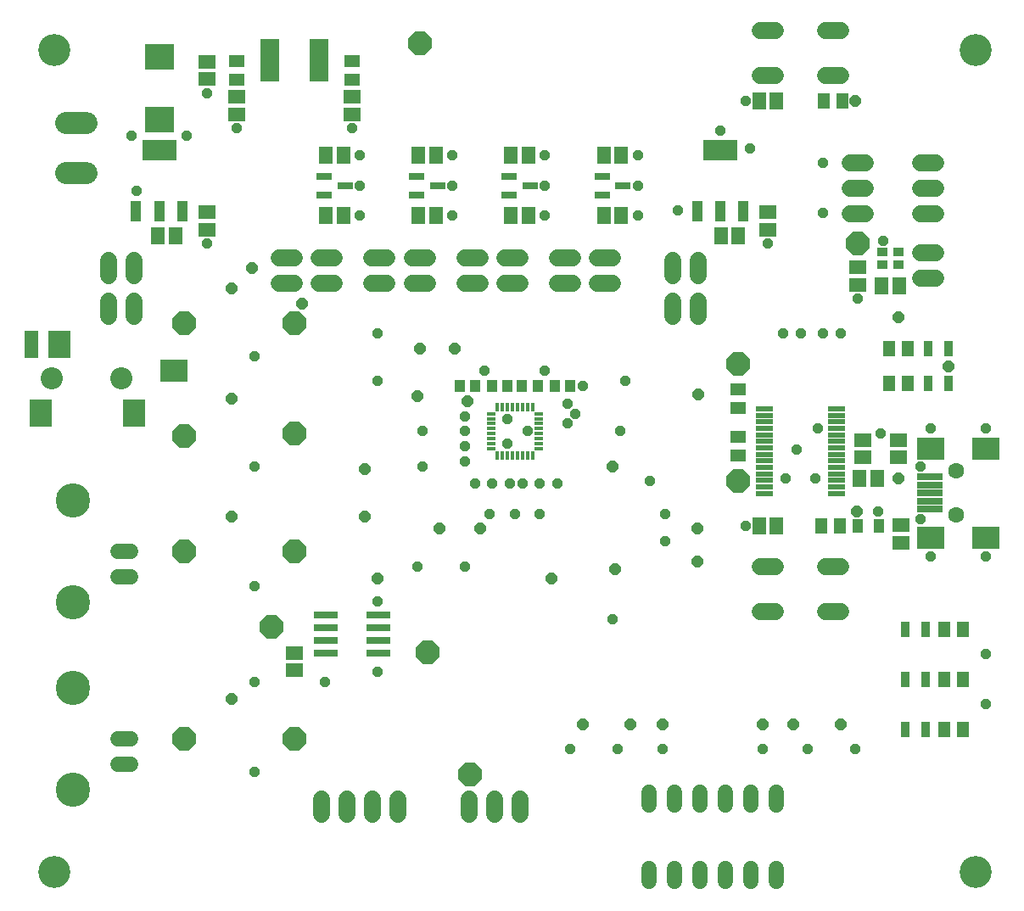
<source format=gbr>
G04 EAGLE Gerber RS-274X export*
G75*
%MOMM*%
%FSLAX34Y34*%
%LPD*%
%INSoldermask Top*%
%IPPOS*%
%AMOC8*
5,1,8,0,0,1.08239X$1,22.5*%
G01*
G04 Define Apertures*
%ADD10C,3.203200*%
%ADD11R,1.367800X1.668500*%
%ADD12R,1.668500X1.367800*%
%ADD13R,1.124100X1.173400*%
%ADD14R,3.003200X2.603200*%
%ADD15R,0.965000X1.565000*%
%ADD16C,1.727200*%
%ADD17R,1.855700X4.318500*%
%ADD18R,1.078900X1.413500*%
%ADD19R,1.623400X1.234400*%
%ADD20R,1.234400X1.623400*%
%ADD21C,1.524000*%
%ADD22P,2.55682X8X22.5*%
%ADD23P,2.55682X8X292.5*%
%ADD24R,1.503200X0.803200*%
%ADD25R,1.101100X2.063500*%
%ADD26R,3.392300X2.063500*%
%ADD27R,2.403200X0.803200*%
%ADD28R,1.703200X0.603200*%
%ADD29C,2.184400*%
%ADD30C,1.511200*%
%ADD31C,3.419200*%
%ADD32R,2.203200X2.703200*%
%ADD33R,2.703200X2.203200*%
%ADD34R,1.403200X2.703200*%
%ADD35C,2.203200*%
%ADD36R,2.514600X0.711200*%
%ADD37R,2.692400X2.209800*%
%ADD38C,1.600200*%
%ADD39R,0.990600X0.889000*%
%ADD40R,0.453200X0.903200*%
%ADD41R,0.903200X0.453200*%
%ADD42P,1.03866X8X22.5*%
%ADD43P,1.20102X8X22.5*%
D10*
X40000Y40000D03*
X40000Y860000D03*
X960000Y40000D03*
X960000Y860000D03*
D11*
X311246Y755000D03*
X328754Y755000D03*
X496246Y695000D03*
X513754Y695000D03*
X588746Y695000D03*
X606254Y695000D03*
D12*
X337500Y813754D03*
X337500Y796246D03*
X192500Y698754D03*
X192500Y681246D03*
X752500Y698754D03*
X752500Y681246D03*
D11*
X143746Y675000D03*
X161254Y675000D03*
X705571Y675125D03*
X723079Y675125D03*
X403746Y755000D03*
X421254Y755000D03*
X761254Y810000D03*
X743746Y810000D03*
X883754Y625000D03*
X866246Y625000D03*
D12*
X842500Y643754D03*
X842500Y626246D03*
D11*
X496246Y755000D03*
X513754Y755000D03*
D12*
X280000Y258754D03*
X280000Y241246D03*
X885000Y386254D03*
X885000Y368746D03*
D11*
X761254Y385000D03*
X743746Y385000D03*
D13*
X460246Y525000D03*
X444754Y525000D03*
D11*
X843746Y432500D03*
X861254Y432500D03*
D13*
X492746Y525000D03*
X477254Y525000D03*
X507254Y525000D03*
X522746Y525000D03*
D12*
X847500Y453746D03*
X847500Y471254D03*
D13*
X539754Y525000D03*
X555246Y525000D03*
D11*
X588746Y755000D03*
X606254Y755000D03*
D12*
X882500Y453746D03*
X882500Y471254D03*
D14*
X145000Y854000D03*
X145000Y791000D03*
D12*
X192500Y848754D03*
X192500Y831246D03*
X222500Y813754D03*
X222500Y796246D03*
D11*
X311246Y695000D03*
X328754Y695000D03*
X403746Y695000D03*
X421254Y695000D03*
D15*
X912250Y527500D03*
X932750Y527500D03*
X912250Y562500D03*
X932750Y562500D03*
X910250Y282500D03*
X889750Y282500D03*
X910250Y232500D03*
X889750Y232500D03*
X910250Y182500D03*
X889750Y182500D03*
D16*
X320120Y652700D02*
X304880Y652700D01*
X304880Y627300D02*
X320120Y627300D01*
X657300Y634880D02*
X657300Y650120D01*
X682700Y650120D02*
X682700Y634880D01*
X120200Y610120D02*
X120200Y594880D01*
X94800Y594880D02*
X94800Y610120D01*
X682700Y610120D02*
X682700Y594880D01*
X657300Y594880D02*
X657300Y610120D01*
X904880Y657700D02*
X920120Y657700D01*
X920120Y632300D02*
X904880Y632300D01*
X850120Y697100D02*
X834880Y697100D01*
X834880Y722500D02*
X850120Y722500D01*
X850120Y747900D02*
X834880Y747900D01*
X412620Y652700D02*
X397380Y652700D01*
X397380Y627300D02*
X412620Y627300D01*
X489880Y652700D02*
X505120Y652700D01*
X505120Y627300D02*
X489880Y627300D01*
X582380Y652700D02*
X597620Y652700D01*
X597620Y627300D02*
X582380Y627300D01*
X280120Y627300D02*
X264880Y627300D01*
X264880Y652700D02*
X280120Y652700D01*
X357380Y627300D02*
X372620Y627300D01*
X372620Y652700D02*
X357380Y652700D01*
X449880Y627300D02*
X465120Y627300D01*
X465120Y652700D02*
X449880Y652700D01*
X542380Y627300D02*
X557620Y627300D01*
X557620Y652700D02*
X542380Y652700D01*
X94800Y650120D02*
X94800Y634880D01*
X120200Y634880D02*
X120200Y650120D01*
D17*
X255617Y850000D03*
X304383Y850000D03*
D18*
X863173Y385000D03*
X841827Y385000D03*
D19*
X222500Y849195D03*
X222500Y830805D03*
D20*
X946695Y282500D03*
X928305Y282500D03*
X946695Y232500D03*
X928305Y232500D03*
X808305Y810000D03*
X826695Y810000D03*
D19*
X337500Y849195D03*
X337500Y830805D03*
D20*
X946695Y182500D03*
X928305Y182500D03*
X805805Y385000D03*
X824195Y385000D03*
D19*
X722500Y503305D03*
X722500Y521695D03*
X722500Y474195D03*
X722500Y455805D03*
D20*
X873305Y527500D03*
X891695Y527500D03*
X873305Y562500D03*
X891695Y562500D03*
D16*
X825132Y834894D02*
X809892Y834894D01*
X809892Y880106D02*
X825132Y880106D01*
X760108Y834894D02*
X744868Y834894D01*
X744868Y880106D02*
X760108Y880106D01*
D21*
X634000Y43504D02*
X634000Y30296D01*
X659400Y30296D02*
X659400Y43504D01*
X761000Y106496D02*
X761000Y119704D01*
X735600Y119704D02*
X735600Y106496D01*
X684800Y43504D02*
X684800Y30296D01*
X710200Y30296D02*
X710200Y43504D01*
X761000Y43504D02*
X761000Y30296D01*
X735600Y30296D02*
X735600Y43504D01*
X710200Y106496D02*
X710200Y119704D01*
X684800Y119704D02*
X684800Y106496D01*
X659400Y106496D02*
X659400Y119704D01*
X634000Y119704D02*
X634000Y106496D01*
D16*
X744868Y345106D02*
X760108Y345106D01*
X760108Y299894D02*
X744868Y299894D01*
X809892Y345106D02*
X825132Y345106D01*
X825132Y299894D02*
X809892Y299894D01*
D22*
X405000Y867500D03*
X412550Y259100D03*
X257500Y285000D03*
D23*
X842500Y667500D03*
D22*
X722500Y547500D03*
X722500Y430000D03*
X455000Y137500D03*
X170000Y360000D03*
X170000Y475000D03*
X280000Y360000D03*
X280000Y477500D03*
X170000Y172500D03*
X170000Y587500D03*
X280000Y172500D03*
X280000Y587500D03*
D24*
X309500Y734500D03*
X309500Y715500D03*
X330500Y725000D03*
X402000Y734500D03*
X402000Y715500D03*
X423000Y725000D03*
X494500Y734500D03*
X494500Y715500D03*
X515500Y725000D03*
X587000Y734500D03*
X587000Y715500D03*
X608000Y725000D03*
D25*
X122000Y699250D03*
X145000Y699250D03*
X168000Y699250D03*
D26*
X145000Y760750D03*
D25*
X682000Y699250D03*
X705000Y699250D03*
X728000Y699250D03*
D26*
X705000Y760750D03*
D27*
X363500Y271150D03*
X311500Y271150D03*
X363500Y258450D03*
X363500Y283850D03*
X363500Y296550D03*
X311500Y258450D03*
X311500Y283850D03*
X311500Y296550D03*
D28*
X748750Y502250D03*
X748750Y495750D03*
X748750Y489250D03*
X748750Y482750D03*
X748750Y476250D03*
X748750Y469750D03*
X748750Y463250D03*
X748750Y456750D03*
X748750Y450250D03*
X748750Y443750D03*
X748750Y437250D03*
X748750Y430750D03*
X748750Y424250D03*
X748750Y417750D03*
X821250Y417750D03*
X821250Y424250D03*
X821250Y430750D03*
X821250Y437250D03*
X821250Y443750D03*
X821250Y450250D03*
X821250Y456750D03*
X821250Y463250D03*
X821250Y469750D03*
X821250Y476250D03*
X821250Y482750D03*
X821250Y489250D03*
X821250Y495750D03*
X821250Y502250D03*
D29*
X72406Y787646D02*
X52594Y787646D01*
X52594Y737354D02*
X72406Y737354D01*
D30*
X103460Y334600D02*
X116540Y334600D01*
X116540Y360000D02*
X103460Y360000D01*
D31*
X59200Y309200D03*
X59200Y410800D03*
D30*
X103460Y147100D02*
X116540Y147100D01*
X116540Y172500D02*
X103460Y172500D01*
D31*
X59200Y121700D03*
X59200Y223300D03*
D32*
X26500Y497950D03*
X119500Y497950D03*
X45500Y566950D03*
D33*
X160000Y539950D03*
D34*
X17500Y566950D03*
D35*
X37500Y532450D03*
X107500Y532450D03*
D16*
X904880Y747900D02*
X920120Y747900D01*
X920120Y722500D02*
X904880Y722500D01*
X904880Y697100D02*
X920120Y697100D01*
X306900Y112620D02*
X306900Y97380D01*
X332300Y97380D02*
X332300Y112620D01*
X357700Y112620D02*
X357700Y97380D01*
X383100Y97380D02*
X383100Y112620D01*
D36*
X914240Y402200D03*
X914240Y410200D03*
X914240Y418200D03*
X914240Y426200D03*
X914240Y434200D03*
D37*
X915192Y373700D03*
X915192Y462700D03*
X970300Y373700D03*
X970300Y462700D03*
D38*
X940308Y396102D03*
X940308Y440298D03*
D16*
X454600Y112620D02*
X454600Y97380D01*
X480000Y97380D02*
X480000Y112620D01*
X505400Y112620D02*
X505400Y97380D01*
D39*
X883128Y659104D03*
X866872Y659104D03*
X866872Y645896D03*
X883128Y645896D03*
D40*
X517500Y504000D03*
X512500Y504000D03*
X507500Y504000D03*
X502500Y504000D03*
X497500Y504000D03*
X492500Y504000D03*
X487500Y504000D03*
X482500Y504000D03*
D41*
X476000Y497500D03*
X476000Y492500D03*
X476000Y487500D03*
X476000Y482500D03*
X476000Y477500D03*
X476000Y472500D03*
X476000Y467500D03*
X476000Y462500D03*
D40*
X482500Y456000D03*
X487500Y456000D03*
X492500Y456000D03*
X497500Y456000D03*
X502500Y456000D03*
X507500Y456000D03*
X512500Y456000D03*
X517500Y456000D03*
D41*
X524000Y462500D03*
X524000Y467500D03*
X524000Y472500D03*
X524000Y477500D03*
X524000Y482500D03*
X524000Y487500D03*
X524000Y492500D03*
X524000Y497500D03*
D42*
X222500Y782500D03*
X117500Y775000D03*
X172500Y775000D03*
X192500Y817500D03*
X337500Y782500D03*
X345000Y755000D03*
X345000Y725000D03*
X345000Y695000D03*
X437500Y755000D03*
X437500Y725000D03*
X437500Y695000D03*
X530000Y755000D03*
X530000Y725000D03*
X530000Y695000D03*
X622500Y755000D03*
X622500Y725000D03*
X622500Y695000D03*
X730000Y810000D03*
X970000Y482500D03*
X970000Y355000D03*
X915000Y355000D03*
X730000Y385000D03*
X867500Y670000D03*
X555000Y162500D03*
X602500Y162500D03*
X647500Y162500D03*
X747500Y162500D03*
X792500Y162500D03*
X840000Y162500D03*
X362500Y310000D03*
X240000Y230000D03*
X240000Y140000D03*
X240000Y325000D03*
X240000Y445000D03*
X240000Y555000D03*
X362500Y577500D03*
X362500Y530000D03*
X402500Y345000D03*
X450000Y345000D03*
X635000Y430000D03*
X567500Y525000D03*
X610000Y530000D03*
X530000Y540000D03*
X470000Y540000D03*
X192500Y667500D03*
X122500Y720000D03*
X525000Y397500D03*
X915000Y482500D03*
X662500Y700000D03*
X500000Y397500D03*
X475000Y397500D03*
X407500Y445000D03*
X407500Y480000D03*
X752500Y667500D03*
X705000Y780000D03*
X735000Y762500D03*
X905000Y445000D03*
X865000Y477500D03*
X905000Y392500D03*
X800000Y432500D03*
X770000Y432500D03*
X802500Y482500D03*
X781250Y461250D03*
X605000Y480000D03*
X970000Y207500D03*
X970000Y257500D03*
X650000Y397500D03*
X650000Y370000D03*
X842500Y612500D03*
X492500Y492500D03*
X492500Y467500D03*
X512500Y480000D03*
X767500Y577500D03*
X825000Y577500D03*
X862500Y400000D03*
X310000Y230000D03*
X597500Y292500D03*
D43*
X237500Y642500D03*
X287500Y607500D03*
X452500Y510000D03*
X217500Y622500D03*
X217500Y212500D03*
X217500Y395000D03*
X217500Y512500D03*
X567500Y187500D03*
X825000Y187500D03*
X777500Y187500D03*
X747500Y187500D03*
X647500Y187500D03*
X615000Y187500D03*
X536250Y332500D03*
X425000Y382500D03*
X405000Y562500D03*
X402500Y515000D03*
X350000Y442500D03*
X350000Y395000D03*
X465000Y382500D03*
X597500Y445000D03*
X362500Y332500D03*
X682700Y516250D03*
X882500Y432500D03*
X932500Y545000D03*
X682500Y382500D03*
X440000Y562500D03*
X600000Y342500D03*
X682500Y350000D03*
X882500Y593750D03*
X840000Y810000D03*
X841250Y400000D03*
D42*
X450000Y465000D03*
X450000Y495000D03*
X450000Y450000D03*
X807500Y577500D03*
X807500Y697500D03*
X807500Y747500D03*
X362500Y240000D03*
X552500Y507500D03*
X560000Y497500D03*
X785000Y577500D03*
X552500Y487500D03*
X542500Y427500D03*
X525000Y427500D03*
X477500Y427500D03*
X507500Y427500D03*
X495000Y427500D03*
X460000Y427500D03*
X450000Y480000D03*
M02*

</source>
